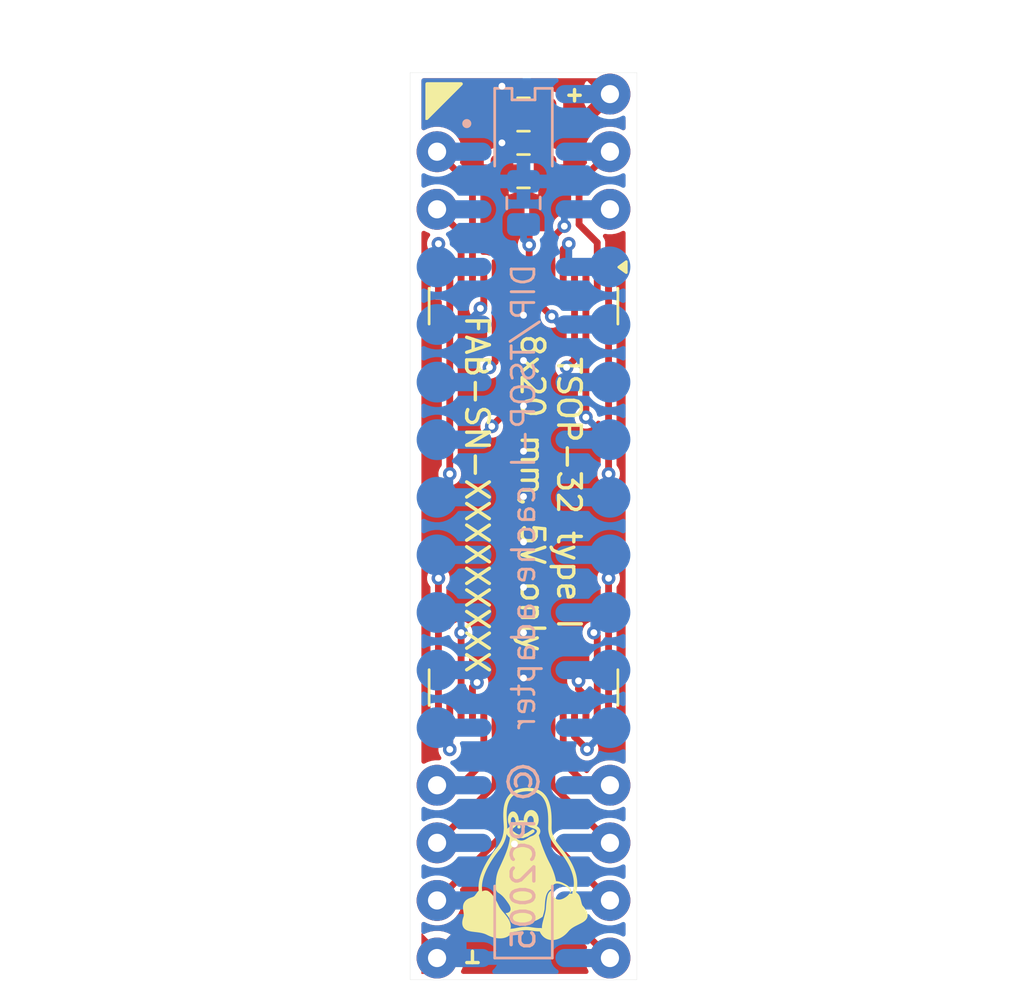
<source format=kicad_pcb>
(kicad_pcb (version 20241229) (generator "pcbnew") (generator_version "9.0")
  (layers (0 "F.Cu" jumper) (2 "B.Cu" signal) (13 "F.Paste" user) (15 "B.Paste" user) (5 "F.SilkS" user "F.Silkscreen") (7 "B.SilkS" user "B.Silkscreen") (1 "F.Mask" user) (3 "B.Mask" user) (25 "Edge.Cuts" user))
  (net 0 "")
  (net 1 "VCC")
  (net 2 "GND")
  (net 3 "Net-(J1-CS2)")
  (net 4 "Net-(J1-A11)")
  (net 5 "Net-(J1-A8)")
  (net 6 "Net-(J1-A4)")
  (net 7 "Net-(J1-A9)")
  (net 8 "Net-(J1-~{OE})")
  (net 9 "Net-(J1-~{CS1})")
  (net 10 "Net-(J1-A16)")
  (net 11 "Net-(J1-A3)")
  (net 12 "Net-(J1-Q2)")
  (net 13 "Net-(J1-Q5)")
  (net 14 "Net-(J1-Q6)")
  (net 15 "Net-(J1-A14)")
  (net 16 "Net-(J1-A15)")
  (net 17 "Net-(J1-Q1)")
  (net 18 "Net-(J1-A1)")
  (net 19 "Net-(J1-A10)")
  (net 20 "Net-(J1-Q3)")
  (net 21 "Net-(J1-Q0)")
  (net 22 "Net-(J1-~{WE})")
  (net 23 "Net-(J1-Q4)")
  (net 24 "Net-(J1-A0)")
  (net 25 "Net-(J1-Q7)")
  (net 26 "Net-(J1-A13)")
  (net 27 "Net-(J1-A12)")
  (net 28 "Net-(J1-A5)")
  (net 29 "Net-(J1-A2)")
  (net 30 "Net-(J1-A7)")
  (net 31 "Net-(J1-A6)")
  (footprint "Capacitor_SMD:C_0805_2012Metric" (layer "F.Cu") (at 100 56.85 180)
    (property "Reference" "C2" (hide yes))
    (property "Value" "C_Polarized" (hide yes))
    (pad "1" smd roundrect (at -0.95 0 180) (size 1 1.45) (layers "F.Cu" "F.Mask" "F.Paste") (net 1 "VCC"))
    (pad "2" smd roundrect (at 0.95 0 180) (size 1 1.45) (layers "F.Cu" "F.Mask" "F.Paste") (net 2 "GND"))
  )
  (footprint "sram_DIP32:tux_logo" (layer "F.Cu") (at 100 90.044175)
    (property "Reference" "REF**" (hide yes))
    (property "Value" "tux_logo" (hide yes))
  )
  (footprint "sram_DIP32:TSOP-I-32_18.4x8mm_P0.5mm_silkscreen_mod" (layer "F.Cu") (at 100 73.7125 -90)
    (property "Reference" "U1" (hide yes))
    (property "Value" "628128_TSOP32" (hide yes))
    (pad "1" smd roundrect (at -9.6875 -3.75 270) (size 1.575 0.3) (layers "F.Cu" "F.Mask" "F.Paste") (net 4 "Net-(J1-A11)"))
    (pad "2" smd roundrect (at -9.6875 -3.25 270) (size 1.575 0.3) (layers "F.Cu" "F.Mask" "F.Paste") (net 16 "Net-(J1-A15)"))
    (pad "3" smd roundrect (at -9.6875 -2.75 270) (size 1.575 0.3) (layers "F.Cu" "F.Mask" "F.Paste") (net 7 "Net-(J1-A9)"))
    (pad "4" smd roundrect (at -9.6875 -2.25 270) (size 1.575 0.3) (layers "F.Cu" "F.Mask" "F.Paste") (net 5 "Net-(J1-A8)"))
    (pad "5" smd roundrect (at -9.6875 -1.75 270) (size 1.575 0.3) (layers "F.Cu" "F.Mask" "F.Paste") (net 22 "Net-(J1-~{WE})"))
    (pad "6" smd roundrect (at -9.6875 -1.25 270) (size 1.575 0.3) (layers "F.Cu" "F.Mask" "F.Paste") (net 3 "Net-(J1-CS2)"))
    (pad "7" smd roundrect (at -9.6875 -0.75 270) (size 1.575 0.3) (layers "F.Cu" "F.Mask" "F.Paste") (net 26 "Net-(J1-A13)"))
    (pad "8" smd roundrect (at -9.6875 -0.25 270) (size 1.575 0.3) (layers "F.Cu" "F.Mask" "F.Paste") (net 1 "VCC"))
    (pad "9" smd roundrect (at -9.6875 0.25 270) (size 1.575 0.3) (layers "F.Cu" "F.Mask" "F.Paste") (net 2 "GND"))
    (pad "10" smd roundrect (at -9.6875 0.75 270) (size 1.575 0.3) (layers "F.Cu" "F.Mask" "F.Paste") (net 28 "Net-(J1-A5)"))
    (pad "11" smd roundrect (at -9.6875 1.25 270) (size 1.575 0.3) (layers "F.Cu" "F.Mask" "F.Paste") (net 31 "Net-(J1-A6)"))
    (pad "12" smd roundrect (at -9.6875 1.75 270) (size 1.575 0.3) (layers "F.Cu" "F.Mask" "F.Paste") (net 30 "Net-(J1-A7)"))
    (pad "13" smd roundrect (at -9.6875 2.25 270) (size 1.575 0.3) (layers "F.Cu" "F.Mask" "F.Paste") (net 10 "Net-(J1-A16)"))
    (pad "14" smd roundrect (at -9.6875 2.75 270) (size 1.575 0.3) (layers "F.Cu" "F.Mask" "F.Paste") (net 15 "Net-(J1-A14)"))
    (pad "15" smd roundrect (at -9.6875 3.25 270) (size 1.575 0.3) (layers "F.Cu" "F.Mask" "F.Paste") (net 6 "Net-(J1-A4)"))
    (pad "16" smd roundrect (at -9.6875 3.75 270) (size 1.575 0.3) (layers "F.Cu" "F.Mask" "F.Paste") (net 27 "Net-(J1-A12)"))
    (pad "17" smd roundrect (at 9.6875 3.75 270) (size 1.575 0.3) (layers "F.Cu" "F.Mask" "F.Paste") (net 11 "Net-(J1-A3)"))
    (pad "18" smd roundrect (at 9.6875 3.25 270) (size 1.575 0.3) (layers "F.Cu" "F.Mask" "F.Paste") (net 24 "Net-(J1-A0)"))
    (pad "19" smd roundrect (at 9.6875 2.75 270) (size 1.575 0.3) (layers "F.Cu" "F.Mask" "F.Paste") (net 29 "Net-(J1-A2)"))
    (pad "20" smd roundrect (at 9.6875 2.25 270) (size 1.575 0.3) (layers "F.Cu" "F.Mask" "F.Paste") (net 18 "Net-(J1-A1)"))
    (pad "21" smd roundrect (at 9.6875 1.75 270) (size 1.575 0.3) (layers "F.Cu" "F.Mask" "F.Paste") (net 21 "Net-(J1-Q0)"))
    (pad "22" smd roundrect (at 9.6875 1.25 270) (size 1.575 0.3) (layers "F.Cu" "F.Mask" "F.Paste") (net 17 "Net-(J1-Q1)"))
    (pad "23" smd roundrect (at 9.6875 0.75 270) (size 1.575 0.3) (layers "F.Cu" "F.Mask" "F.Paste") (net 12 "Net-(J1-Q2)"))
    (pad "24" smd roundrect (at 9.6875 0.25 270) (size 1.575 0.3) (layers "F.Cu" "F.Mask" "F.Paste") (net 2 "GND"))
    (pad "25" smd roundrect (at 9.6875 -0.25 270) (size 1.575 0.3) (layers "F.Cu" "F.Mask" "F.Paste") (net 20 "Net-(J1-Q3)"))
    (pad "26" smd roundrect (at 9.6875 -0.75 270) (size 1.575 0.3) (layers "F.Cu" "F.Mask" "F.Paste") (net 23 "Net-(J1-Q4)"))
    (pad "27" smd roundrect (at 9.6875 -1.25 270) (size 1.575 0.3) (layers "F.Cu" "F.Mask" "F.Paste") (net 13 "Net-(J1-Q5)"))
    (pad "28" smd roundrect (at 9.6875 -1.75 270) (size 1.575 0.3) (layers "F.Cu" "F.Mask" "F.Paste") (net 14 "Net-(J1-Q6)"))
    (pad "29" smd roundrect (at 9.6875 -2.25 270) (size 1.575 0.3) (layers "F.Cu" "F.Mask" "F.Paste") (net 25 "Net-(J1-Q7)"))
    (pad "30" smd roundrect (at 9.6875 -2.75 270) (size 1.575 0.3) (layers "F.Cu" "F.Mask" "F.Paste") (net 9 "Net-(J1-~{CS1})"))
    (pad "31" smd roundrect (at 9.6875 -3.25 270) (size 1.575 0.3) (layers "F.Cu" "F.Mask" "F.Paste") (net 19 "Net-(J1-A10)"))
    (pad "32" smd roundrect (at 9.6875 -3.75 270) (size 1.575 0.3) (layers "F.Cu" "F.Mask" "F.Paste") (net 8 "Net-(J1-~{OE})"))
  )
  (footprint "Capacitor_SMD:C_0805_2012Metric" (layer "F.Cu") (at 100 59.35 180)
    (property "Reference" "C3" (hide yes))
    (property "Value" "C_Polarized" (hide yes))
    (pad "1" smd roundrect (at -0.95 0 180) (size 1 1.45) (layers "F.Cu" "F.Mask" "F.Paste") (net 1 "VCC"))
    (pad "2" smd roundrect (at 0.95 0 180) (size 1 1.45) (layers "F.Cu" "F.Mask" "F.Paste") (net 2 "GND"))
  )
  (footprint "Capacitor_SMD:C_0805_2012Metric" (layer "B.Cu") (at 100 60.75 90)
    (property "Reference" "C1" (hide yes))
    (property "Value" "C_Polarized" (hide yes))
    (pad "1" smd roundrect (at -0.95 0 90) (size 1 1.45) (layers "B.Cu" "B.Mask" "B.Paste") (net 1 "VCC"))
    (pad "2" smd roundrect (at 0.95 0 90) (size 1 1.45) (layers "B.Cu" "B.Mask" "B.Paste") (net 2 "GND"))
  )
  (footprint "sram_DIP32:DIP-32_HYBRID_socket" (layer "B.Cu") (at 100 75 -90)
    (property "Reference" "J1" (hide yes))
    (property "Value" "SRAM_pinheader_DIP32")
    (pad "2" smd oval (at -16.51 3.81 270) (size 0.8 2.8) (drill (offset 0 -1)) (layers "B.Cu" "B.Mask" "B.Paste") (net 10 "Net-(J1-A16)"))
    (pad "2" thru_hole circle (at -16.51 3.81 270) (size 1.8 1.8) (drill 0.8) (layers "*.Cu" "*.Paste" "*.Mask") (net 10 "Net-(J1-A16)"))
    (pad "2" smd circle (at -16.51 3.81 270) (size 1.8 1.8) (layers "F.Cu" "F.Mask" "F.Paste") (net 10 "Net-(J1-A16)"))
    (pad "3" smd oval (at -13.97 3.81 270) (size 0.8 2.8) (drill (offset 0 -1)) (layers "B.Cu" "B.Mask" "B.Paste") (net 15 "Net-(J1-A14)"))
    (pad "3" thru_hole circle (at -13.97 3.81 270) (size 1.8 1.8) (drill 0.8) (layers "*.Cu" "*.Paste" "*.Mask") (net 15 "Net-(J1-A14)"))
    (pad "3" smd circle (at -13.97 3.81 270) (size 1.8 1.8) (layers "F.Cu" "F.Mask" "F.Paste") (net 15 "Net-(J1-A14)"))
    (pad "4" smd oval (at -11.43 3.81 270) (size 0.8 2.8) (drill (offset 0 -1)) (layers "B.Cu" "B.Mask" "B.Paste") (net 27 "Net-(J1-A12)"))
    (pad "4" smd circle (at -11.43 3.81 270) (size 1.8 1.8) (layers "B.Cu" "B.Mask" "B.Paste") (net 27 "Net-(J1-A12)"))
    (pad "5" smd oval (at -8.89 3.81 270) (size 0.8 2.8) (drill (offset 0 -1)) (layers "B.Cu" "B.Mask" "B.Paste") (net 30 "Net-(J1-A7)"))
    (pad "5" smd circle (at -8.89 3.81 270) (size 1.8 1.8) (layers "B.Cu" "B.Mask" "B.Paste") (net 30 "Net-(J1-A7)"))
    (pad "6" smd oval (at -6.35 3.81 270) (size 0.8 2.8) (drill (offset 0 -1)) (layers "B.Cu" "B.Mask" "B.Paste") (net 31 "Net-(J1-A6)"))
    (pad "6" smd circle (at -6.35 3.81 270) (size 1.8 1.8) (layers "B.Cu" "B.Mask" "B.Paste") (net 31 "Net-(J1-A6)"))
    (pad "7" smd oval (at -3.81 3.81 270) (size 0.8 2.8) (drill (offset 0 -1)) (layers "B.Cu" "B.Mask" "B.Paste") (net 28 "Net-(J1-A5)"))
    (pad "7" smd circle (at -3.81 3.81 270) (size 1.8 1.8) (layers "B.Cu" "B.Mask" "B.Paste") (net 28 "Net-(J1-A5)"))
    (pad "8" smd oval (at -1.27 3.81 270) (size 0.8 2.8) (drill (offset 0 -1)) (layers "B.Cu" "B.Mask" "B.Paste") (net 6 "Net-(J1-A4)"))
    (pad "8" smd circle (at -1.27 3.81 270) (size 1.8 1.8) (layers "B.Cu" "B.Mask" "B.Paste") (net 6 "Net-(J1-A4)"))
    (pad "9" smd oval (at 1.27 3.81 270) (size 0.8 2.8) (drill (offset 0 -1)) (layers "B.Cu" "B.Mask" "B.Paste") (net 11 "Net-(J1-A3)"))
    (pad "9" smd circle (at 1.27 3.81 270) (size 1.8 1.8) (layers "B.Cu" "B.Mask" "B.Paste") (net 11 "Net-(J1-A3)"))
    (pad "10" smd oval (at 3.81 3.81 270) (size 0.8 2.8) (drill (offset 0 -1)) (layers "B.Cu" "B.Mask" "B.Paste") (net 29 "Net-(J1-A2)"))
    (pad "10" smd circle (at 3.81 3.81 270) (size 1.8 1.8) (layers "B.Cu" "B.Mask" "B.Paste") (net 29 "Net-(J1-A2)"))
    (pad "11" smd oval (at 6.35 3.81 270) (size 0.8 2.8) (drill (offset 0 -1)) (layers "B.Cu" "B.Mask" "B.Paste") (net 18 "Net-(J1-A1)"))
    (pad "11" smd circle (at 6.35 3.81 270) (size 1.8 1.8) (layers "B.Cu" "B.Mask" "B.Paste") (net 18 "Net-(J1-A1)"))
    (pad "12" smd oval (at 8.89 3.81 270) (size 0.8 2.8) (drill (offset 0 -1)) (layers "B.Cu" "B.Mask" "B.Paste") (net 24 "Net-(J1-A0)"))
    (pad "12" smd circle (at 8.89 3.81 270) (size 1.8 1.8) (layers "B.Cu" "B.Mask" "B.Paste") (net 24 "Net-(J1-A0)"))
    (pad "13" smd oval (at 11.43 3.81 270) (size 0.8 2.8) (drill (offset 0 -1)) (layers "B.Cu" "B.Mask" "B.Paste") (net 21 "Net-(J1-Q0)"))
    (pad "13" thru_hole circle (at 11.43 3.81 270) (size 1.8 1.8) (drill 0.8) (layers "*.Cu" "*.Paste" "*.Mask") (net 21 "Net-(J1-Q0)"))
    (pad "13" smd circle (at 11.43 3.81 270) (size 1.8 1.8) (layers "F.Cu" "F.Mask" "F.Paste") (net 21 "Net-(J1-Q0)"))
    (pad "14" smd oval (at 13.97 3.81 270) (size 0.8 2.8) (drill (offset 0 -1)) (layers "B.Cu" "B.Mask" "B.Paste") (net 17 "Net-(J1-Q1)"))
    (pad "14" thru_hole circle (at 13.97 3.81 270) (size 1.8 1.8) (drill 0.8) (layers "*.Cu" "*.Paste" "*.Mask") (net 17 "Net-(J1-Q1)"))
    (pad "14" smd circle (at 13.97 3.81 270) (size 1.8 1.8) (layers "F.Cu" "F.Mask" "F.Paste") (net 17 "Net-(J1-Q1)"))
    (pad "15" smd oval (at 16.51 3.81 270) (size 0.8 2.8) (drill (offset 0 -1)) (layers "B.Cu" "B.Mask" "B.Paste") (net 12 "Net-(J1-Q2)"))
    (pad "15" thru_hole circle (at 16.51 3.81 270) (size 1.8 1.8) (drill 0.8) (layers "*.Cu" "*.Paste" "*.Mask") (net 12 "Net-(J1-Q2)"))
    (pad "15" smd circle (at 16.51 3.81 270) (size 1.8 1.8) (layers "F.Cu" "F.Mask" "F.Paste") (net 12 "Net-(J1-Q2)"))
    (pad "16" smd oval (at 19.05 3.81 270) (size 0.8 2.8) (drill (offset 0 -1)) (layers "B.Cu" "B.Mask" "B.Paste") (net 2 "GND"))
    (pad "16" thru_hole circle (at 19.05 3.81 270) (size 1.8 1.8) (drill 0.8) (layers "*.Cu" "*.Paste" "*.Mask") (net 2 "GND"))
    (pad "16" smd circle (at 19.05 3.81 270) (size 1.8 1.8) (layers "F.Cu" "F.Mask" "F.Paste") (net 2 "GND"))
    (pad "17" smd oval (at 19.05 -3.81 90) (size 0.8 2.8) (drill (offset 0 -1)) (layers "B.Cu" "B.Mask" "B.Paste") (net 20 "Net-(J1-Q3)"))
    (pad "17" thru_hole circle (at 19.05 -3.81 270) (size 1.8 1.8) (drill 0.8) (layers "*.Cu" "*.Paste" "*.Mask") (net 20 "Net-(J1-Q3)"))
    (pad "17" smd circle (at 19.05 -3.81 270) (size 1.8 1.8) (layers "F.Cu" "F.Mask" "F.Paste") (net 20 "Net-(J1-Q3)"))
    (pad "18" smd oval (at 16.51 -3.81 90) (size 0.8 2.8) (drill (offset 0 -1)) (layers "B.Cu" "B.Mask" "B.Paste") (net 23 "Net-(J1-Q4)"))
    (pad "18" thru_hole circle (at 16.51 -3.81 270) (size 1.8 1.8) (drill 0.8) (layers "*.Cu" "*.Paste" "*.Mask") (net 23 "Net-(J1-Q4)"))
    (pad "18" smd circle (at 16.51 -3.81 270) (size 1.8 1.8) (layers "F.Cu" "F.Mask" "F.Paste") (net 23 "Net-(J1-Q4)"))
    (pad "19" smd oval (at 13.97 -3.81 90) (size 0.8 2.8) (drill (offset 0 -1)) (layers "B.Cu" "B.Mask" "B.Paste") (net 13 "Net-(J1-Q5)"))
    (pad "19" thru_hole circle (at 13.97 -3.81 270) (size 1.8 1.8) (drill 0.8) (layers "*.Cu" "*.Paste" "*.Mask") (net 13 "Net-(J1-Q5)"))
    (pad "19" smd circle (at 13.97 -3.81 270) (size 1.8 1.8) (layers "F.Cu" "F.Mask" "F.Paste") (net 13 "Net-(J1-Q5)"))
    (pad "20" smd oval (at 11.43 -3.81 90) (size 0.8 2.8) (drill (offset 0 -1)) (layers "B.Cu" "B.Mask" "B.Paste") (net 14 "Net-(J1-Q6)"))
    (pad "20" thru_hole circle (at 11.43 -3.81 270) (size 1.8 1.8) (drill 0.8) (layers "*.Cu" "*.Paste" "*.Mask") (net 14 "Net-(J1-Q6)"))
    (pad "20" smd circle (at 11.43 -3.81 270) (size 1.8 1.8) (layers "F.Cu" "F.Mask" "F.Paste") (net 14 "Net-(J1-Q6)"))
    (pad "21" smd oval (at 8.89 -3.81 90) (size 0.8 2.8) (drill (offset 0 -1)) (layers "B.Cu" "B.Mask" "B.Paste") (net 25 "Net-(J1-Q7)"))
    (pad "21" smd circle (at 8.89 -3.81 270) (size 1.8 1.8) (layers "B.Cu" "B.Mask" "B.Paste") (net 25 "Net-(J1-Q7)"))
    (pad "22" smd oval (at 6.35 -3.81 90) (size 0.8 2.8) (drill (offset 0 -1)) (layers "B.Cu" "B.Mask" "B.Paste") (net 9 "Net-(J1-~{CS1})"))
    (pad "22" smd circle (at 6.35 -3.81 270) (size 1.8 1.8) (layers "B.Cu" "B.Mask" "B.Paste") (net 9 "Net-(J1-~{CS1})"))
    (pad "23" smd oval (at 3.81 -3.81 90) (size 0.8 2.8) (drill (offset 0 -1)) (layers "B.Cu" "B.Mask" "B.Paste") (net 19 "Net-(J1-A10)"))
    (pad "23" smd circle (at 3.81 -3.81 270) (size 1.8 1.8) (layers "B.Cu" "B.Mask" "B.Paste") (net 19 "Net-(J1-A10)"))
    (pad "24" smd oval (at 1.27 -3.81 90) (size 0.8 2.8) (drill (offset 0 -1)) (layers "B.Cu" "B.Mask" "B.Paste") (net 8 "Net-(J1-~{OE})"))
    (pad "24" smd circle (at 1.27 -3.81 270) (size 1.8 1.8) (layers "B.Cu" "B.Mask" "B.Paste") (net 8 "Net-(J1-~{OE})"))
    (pad "25" smd oval (at -1.27 -3.81 90) (size 0.8 2.8) (drill (offset 0 -1)) (layers "B.Cu" "B.Mask" "B.Paste") (net 4 "Net-(J1-A11)"))
    (pad "25" smd circle (at -1.27 -3.81 270) (size 1.8 1.8) (layers "B.Cu" "B.Mask" "B.Paste") (net 4 "Net-(J1-A11)"))
    (pad "26" smd oval (at -3.81 -3.81 90) (size 0.8 2.8) (drill (offset 0 -1)) (layers "B.Cu" "B.Mask" "B.Paste") (net 7 "Net-(J1-A9)"))
    (pad "26" smd circle (at -3.81 -3.81 270) (size 1.8 1.8) (layers "B.Cu" "B.Mask" "B.Paste") (net 7 "Net-(J1-A9)"))
    (pad "27" smd oval (at -6.35 -3.81 90) (size 0.8 2.8) (drill (offset 0 -1)) (layers "B.Cu" "B.Mask" "B.Paste") (net 5 "Net-(J1-A8)"))
    (pad "27" smd circle (at -6.35 -3.81 270) (size 1.8 1.8) (layers "B.Cu" "B.Mask" "B.Paste") (net 5 "Net-(J1-A8)"))
    (pad "28" smd oval (at -8.89 -3.81 90) (size 0.8 2.8) (drill (offset 0 -1)) (layers "B.Cu" "B.Mask" "B.Paste") (net 26 "Net-(J1-A13)"))
    (pad "28" smd circle (at -8.89 -3.81 270) (size 1.8 1.8) (layers "B.Cu" "B.Mask" "B.Paste") (net 26 "Net-(J1-A13)"))
    (pad "29" smd oval (at -11.43 -3.81 90) (size 0.8 2.8) (drill (offset 0 -1)) (layers "B.Cu" "B.Mask" "B.Paste") (net 22 "Net-(J1-~{WE})"))
    (pad "29" smd circle (at -11.43 -3.81 270) (size 1.8 1.8) (layers "B.Cu" "B.Mask" "B.Paste") (net 22 "Net-(J1-~{WE})"))
    (pad "30" smd oval (at -13.97 -3.81 90) (size 0.8 2.8) (drill (offset 0 -1)) (layers "B.Cu" "B.Mask" "B.Paste") (net 3 "Net-(J1-CS2)"))
    (pad "30" thru_hole circle (at -13.97 -3.81 270) (size 1.8 1.8) (drill 0.8) (layers "*.Cu" "*.Paste" "*.Mask") (net 3 "Net-(J1-CS2)"))
    (pad "30" smd circle (at -13.97 -3.81 270) (size 1.8 1.8) (layers "F.Cu" "F.Mask" "F.Paste") (net 3 "Net-(J1-CS2)"))
    (pad "31" smd oval (at -16.51 -3.81 90) (size 0.8 2.8) (drill (offset 0 -1)) (layers "B.Cu" "B.Mask" "B.Paste") (net 16 "Net-(J1-A15)"))
    (pad "31" thru_hole circle (at -16.51 -3.81 270) (size 1.8 1.8) (drill 0.8) (layers "*.Cu" "*.Paste" "*.Mask") (net 16 "Net-(J1-A15)"))
    (pad "31" smd circle (at -16.51 -3.81 270) (size 1.8 1.8) (layers "F.Cu" "F.Mask" "F.Paste") (net 16 "Net-(J1-A15)"))
    (pad "32" smd oval (at -19.05 -3.81 90) (size 0.8 2.8) (drill (offset 0 -1)) (layers "B.Cu" "B.Mask" "B.Paste") (net 1 "VCC"))
    (pad "32" thru_hole circle (at -19.05 -3.81 270) (size 1.8 1.8) (drill 0.8) (layers "*.Cu" "*.Paste" "*.Mask") (net 1 "VCC"))
    (pad "32" smd circle (at -19.05 -3.81 270) (size 1.8 1.8) (layers "F.Cu" "F.Mask" "F.Paste") (net 1 "VCC"))
  )
  (gr_poly (pts (xy 95.75 57) (xy 95.75 55.5) (xy 97.25 55.5)) (stroke (width 0.15)) (fill yes) (layer "F.SilkS"))
  (gr_line (start 97.75 94.25) (end 97.75 93.75) (stroke (width 0.15)) (layer "F.SilkS"))
  (gr_line (start 102 56) (end 102.5 56) (stroke (width 0.15)) (layer "F.SilkS"))
  (gr_line (start 97.5 94.25) (end 98 94.25) (stroke (width 0.15)) (layer "F.SilkS"))
  (gr_line (start 102.25 55.75) (end 102.25 56.25) (stroke (width 0.15)) (layer "F.SilkS"))
  (gr_rect (start 95 55) (end 105 95) (stroke (width 0.01)) (fill no) (layer "Edge.Cuts"))
  (gr_text "TSOP-32 type I\n8x20 mm, 5V only" (at 101.2 73.55 270) (layer "F.SilkS") (effects (font (size 1 1))))
  (gr_text "FAB-SN-XXXXXXXXX" (at 97.95 73.6 270) (layer "F.SilkS") (effects (font (size 1 1))))
  (gr_text "© PC2005" (at 100 89.555825 90) (layer "B.SilkS") (effects (font (size 1 1)) (justify mirror)))
  (gr_text "DIP/TSOP-I cache adapter\n" (at 100 73.7125 90) (layer "B.SilkS") (effects (font (size 1 1) (thickness 0.125)) (justify mirror)))
  (segment (start 100.95 59.35) (end 100.95 60.85) (width 0.3) (layer "F.Cu") (net 1))
  (segment (start 100.95 56.85) (end 102.91 56.85) (width 0.3) (layer "F.Cu") (net 1))
  (segment (start 100.25 62.6) (end 100.25 64.025) (width 0.3) (layer "F.Cu") (net 1))
  (segment (start 100.25 61.55) (end 100.25 62.6) (width 0.3) (layer "F.Cu") (net 1))
  (segment (start 100.95 60.85) (end 100.25 61.55) (width 0.3) (layer "F.Cu") (net 1))
  (segment (start 102.91 56.85) (end 103.81 55.95) (width 0.3) (layer "F.Cu") (net 1))
  (via (at 100.25 62.6) (size 0.6) (drill 0.3) (layers "F.Cu" "B.Cu") (net 1))
  (segment (start 100 61.7) (end 100 62.35) (width 0.3) (layer "B.Cu") (net 1))
  (segment (start 100 62.35) (end 100.25 62.6) (width 0.3) (layer "B.Cu") (net 1))
  (segment (start 99.145 91.095) (end 96.19 94.05) (width 0.3) (layer "F.Cu") (net 2))
  (segment (start 99.3 59.35) (end 100 59.35) (width 0.3) (layer "F.Cu") (net 2))
  (segment (start 99.75 81.95) (end 99.75 90.49) (width 0.3) (layer "F.Cu") (net 2))
  (segment (start 100 71.5) (end 100 69.5) (width 0.3) (layer "F.Cu") (net 2))
  (segment (start 99.145 91.095) (end 99.6 90.64) (width 0.3) (layer "F.Cu") (net 2))
  (segment (start 100 79.5) (end 100 81.7) (width 0.6) (layer "F.Cu") (net 2))
  (segment (start 99.75 90.49) (end 99.145 91.095) (width 0.3) (layer "F.Cu") (net 2))
  (segment (start 100 71.5) (end 100 79.5) (width 0.3) (layer "F.Cu") (net 2))
  (segment (start 100 65.7) (end 99.75 65.45) (width 0.3) (layer "F.Cu") (net 2))
  (segment (start 99.05 56.85) (end 99.05 55.6) (width 0.3) (layer "F.Cu") (net 2))
  (segment (start 100 56.85) (end 99.05 56.85) (width 0.3) (layer "F.Cu") (net 2))
  (segment (start 100 65.7) (end 100 79.5) (width 0.6) (layer "F.Cu") (net 2))
  (segment (start 100 81.7) (end 99.75 81.95) (width 0.3) (layer "F.Cu") (net 2))
  (segment (start 99.75 65.45) (end 99.75 64.025) (width 0.3) (layer "F.Cu") (net 2))
  (segment (start 100 59.35) (end 100 56.85) (width 0.3) (layer "F.Cu") (net 2))
  (segment (start 99.6 90.64) (end 99.6 89.019238) (width 0.3) (layer "F.Cu") (net 2))
  (via (at 100 77.7) (size 0.6) (drill 0.3) (layers "F.Cu" "B.Cu") (net 2))
  (via (at 100 81.7) (size 0.6) (drill 0.3) (layers "F.Cu" "B.Cu") (net 2))
  (via (at 100 67.7) (size 0.6) (drill 0.3) (layers "F.Cu" "B.Cu") (net 2))
  (via (at 99.6 89.019238) (size 0.6) (drill 0.3) (layers "F.Cu" "B.Cu") (net 2))
  (via (at 100 75.7) (size 0.6) (drill 0.3) (layers "F.Cu" "B.Cu") (net 2))
  (via (at 99.05 55.6) (size 0.6) (drill 0.3) (layers "F.Cu" "B.Cu") (net 2))
  (via (at 100 79.7) (size 0.6) (drill 0.3) (layers "F.Cu" "B.Cu") (net 2))
  (via (at 100 73.7) (size 0.6) (drill 0.3) (layers "F.Cu" "B.Cu") (net 2))
  (via (at 100 65.7) (size 0.6) (drill 0.3) (layers "F.Cu" "B.Cu") (net 2))
  (via (at 100 69.7) (size 0.6) (drill 0.3) (layers "F.Cu" "B.Cu") (net 2))
  (via (at 99.05 58.1) (size 0.6) (drill 0.3) (layers "F.Cu" "B.Cu") (net 2))
  (via (at 100 71.7) (size 0.6) (drill 0.3) (layers "F.Cu" "B.Cu") (net 2))
  (segment (start 100 58.1) (end 99.05 58.1) (width 0.3) (layer "B.Cu") (net 2))
  (segment (start 100 59.8) (end 100 58.1) (width 0.3) (layer "B.Cu") (net 2))
  (segment (start 101.799743 61.774478) (end 101.25 62.324221) (width 0.3) (layer "F.Cu") (net 3))
  (segment (start 101.25 62.324221) (end 101.25 64.025) (width 0.3) (layer "F.Cu") (net 3))
  (via (at 101.799743 61.774478) (size 0.6) (drill 0.3) (layers "F.Cu" "B.Cu") (net 3))
  (segment (start 101.799743 61.774478) (end 101.799743 61.03) (width 0.3) (layer "B.Cu") (net 3))
  (segment (start 101.799743 61.03) (end 102.37 61.03) (width 0.3) (layer "B.Cu") (net 3))
  (segment (start 103.75 64.025) (end 103.75 72.7) (width 0.3) (layer "F.Cu") (net 4))
  (via (at 103.75 72.7) (size 0.6) (drill 0.3) (layers "F.Cu" "B.Cu") (net 4))
  (segment (start 103.75 72.7) (end 103.75 73.67) (width 0.3) (layer "B.Cu") (net 4))
  (segment (start 103.75 73.67) (end 103.81 73.73) (width 0.3) (layer "B.Cu") (net 4))
  (segment (start 101.9 68) (end 102.25 67.65) (width 0.3) (layer "F.Cu") (net 5))
  (segment (start 102.25 67.65) (end 102.25 64.025) (width 0.3) (layer "F.Cu") (net 5))
  (via (at 101.9 68) (size 0.6) (drill 0.3) (layers "F.Cu" "B.Cu") (net 5))
  (segment (start 101.9 68.25) (end 102.3 68.65) (width 0.3) (layer "B.Cu") (net 5))
  (segment (start 101.9 68) (end 101.9 68.25) (width 0.3) (layer "B.Cu") (net 5))
  (segment (start 103.744045 68.65) (end 103.81 68.65) (width 0.3) (layer "B.Cu") (net 5))
  (segment (start 102.3 68.65) (end 103.85 68.65) (width 0.3) (layer "B.Cu") (net 5))
  (segment (start 96.75 64.025) (end 96.75 72.7) (width 0.3) (layer "F.Cu") (net 6))
  (via (at 96.75 72.7) (size 0.6) (drill 0.3) (layers "F.Cu" "B.Cu") (net 6))
  (segment (start 96.75 72.7) (end 96.75 73.17) (width 0.3) (layer "B.Cu") (net 6))
  (segment (start 96.75 73.17) (end 96.19 73.73) (width 0.3) (layer "B.Cu") (net 6))
  (segment (start 102.75 64.025) (end 102.75 70.2) (width 0.3) (layer "F.Cu") (net 7))
  (via (at 102.75 70.2) (size 0.6) (drill 0.3) (layers "F.Cu" "B.Cu") (net 7))
  (segment (start 102.75 70.2) (end 103.475 70.925) (width 0.3) (layer "B.Cu") (net 7))
  (segment (start 103.475 70.925) (end 103.15 71.25) (width 0.3) (layer "B.Cu") (net 7))
  (segment (start 103.75 83.4) (end 103.75 77.3) (width 0.3) (layer "F.Cu") (net 8))
  (via (at 103.75 77.3) (size 0.6) (drill 0.3) (layers "F.Cu" "B.Cu") (net 8))
  (segment (start 103.75 77.3) (end 103.75 76.33) (width 0.3) (layer "B.Cu") (net 8))
  (segment (start 103.75 76.33) (end 103.81 76.27) (width 0.3) (layer "B.Cu") (net 8))
  (segment (start 102.425 81.825) (end 102.425 82.18438) (width 0.3) (layer "F.Cu") (net 9))
  (segment (start 102.425 82.18438) (end 102.75 82.50938) (width 0.3) (layer "F.Cu") (net 9))
  (segment (start 102.75 82.50938) (end 102.75 83.4) (width 0.3) (layer "F.Cu") (net 9))
  (via (at 102.425 81.825) (size 0.6) (drill 0.3) (layers "F.Cu" "B.Cu") (net 9))
  (segment (start 102.9 81.35) (end 103.81 81.35) (width 0.3) (layer "B.Cu") (net 9))
  (segment (start 102.425 81.825) (end 102.9 81.35) (width 0.3) (layer "B.Cu") (net 9))
  (segment (start 97.75 64.025) (end 97.75 60.05) (width 0.3) (layer "F.Cu") (net 10))
  (segment (start 97.75 60.05) (end 96.19 58.49) (width 0.3) (layer "F.Cu") (net 10))
  (segment (start 96.25 83.4) (end 96.25 77.3) (width 0.3) (layer "F.Cu") (net 11))
  (via (at 96.25 77.3) (size 0.6) (drill 0.3) (layers "F.Cu" "B.Cu") (net 11))
  (segment (start 96.25 77.3) (end 96.25 76.33) (width 0.3) (layer "B.Cu") (net 11))
  (segment (start 96.25 76.33) (end 96.19 76.27) (width 0.3) (layer "B.Cu") (net 11))
  (segment (start 99.25 83.4) (end 99.25 88.45) (width 0.3) (layer "F.Cu") (net 12))
  (segment (start 99.25 88.45) (end 96.19 91.51) (width 0.3) (layer "F.Cu") (net 12))
  (segment (start 101.25 86.41) (end 103.81 88.97) (width 0.3) (layer "F.Cu") (net 13))
  (segment (start 101.25 83.4) (end 101.25 86.41) (width 0.3) (layer "F.Cu") (net 13))
  (segment (start 101.75 85.4) (end 102.78 86.43) (width 0.3) (layer "F.Cu") (net 14))
  (segment (start 102.78 86.43) (end 103.81 86.43) (width 0.3) (layer "F.Cu") (net 14))
  (segment (start 101.75 83.4) (end 101.75 85.4) (width 0.3) (layer "F.Cu") (net 14))
  (segment (start 97.25 64.025) (end 97.25 62.09) (width 0.3) (layer "F.Cu") (net 15))
  (segment (start 97.25 62.09) (end 96.19 61.03) (width 0.3) (layer "F.Cu") (net 15))
  (segment (start 103.25 64.025) (end 103.25 62.5) (width 0.3) (layer "F.Cu") (net 16))
  (segment (start 102.45 61.7) (end 102.45 59.85) (width 0.3) (layer "F.Cu") (net 16))
  (segment (start 103.25 62.5) (end 102.45 61.7) (width 0.3) (layer "F.Cu") (net 16))
  (segment (start 102.45 59.85) (end 103.81 58.49) (width 0.3) (layer "F.Cu") (net 16))
  (segment (start 98.75 83.4) (end 98.75 86.41) (width 0.3) (layer "F.Cu") (net 17))
  (segment (start 98.75 86.41) (end 96.19 88.97) (width 0.3) (layer "F.Cu") (net 17))
  (segment (start 97.75 83.4) (end 97.75 82.1) (width 0.3) (layer "F.Cu") (net 18))
  (segment (start 97.75 82.1) (end 97.95 81.9) (width 0.3) (layer "F.Cu") (net 18))
  (via (at 97.95 81.9) (size 0.6) (drill 0.3) (layers "F.Cu" "B.Cu") (net 18))
  (segment (start 97.4 81.35) (end 97 81.35) (width 0.3) (layer "B.Cu") (net 18))
  (segment (start 97.95 81.9) (end 97.4 81.35) (width 0.3) (layer "B.Cu") (net 18))
  (segment (start 103.1 79.7) (end 103.25 79.85) (width 0.3) (layer "F.Cu") (net 19))
  (segment (start 103.25 79.85) (end 103.25 83.4) (width 0.3) (layer "F.Cu") (net 19))
  (via (at 103.1 79.7) (size 0.6) (drill 0.3) (layers "F.Cu" "B.Cu") (net 19))
  (segment (start 103.1 79.2) (end 103.49 78.81) (width 0.3) (layer "B.Cu") (net 19))
  (segment (start 103.1 79.7) (end 103.1 79.2) (width 0.3) (layer "B.Cu") (net 19))
  (segment (start 100.25 90.49) (end 103.81 94.05) (width 0.3) (layer "F.Cu") (net 20))
  (segment (start 100.25 83.4) (end 100.25 90.49) (width 0.3) (layer "F.Cu") (net 20))
  (segment (start 98.25 85.4) (end 97.22 86.43) (width 0.3) (layer "F.Cu") (net 21))
  (segment (start 97.22 86.43) (end 96.19 86.43) (width 0.3) (layer "F.Cu") (net 21))
  (segment (start 98.25 83.4) (end 98.25 85.4) (width 0.3) (layer "F.Cu") (net 21))
  (segment (start 101.996135 62.55) (end 101.75 62.796135) (width 0.3) (layer "F.Cu") (net 22))
  (segment (start 101.75 62.796135) (end 101.75 64.025) (width 0.3) (layer "F.Cu") (net 22))
  (via (at 101.996135 62.55) (size 0.6) (drill 0.3) (layers "F.Cu" "B.Cu") (net 22))
  (segment (start 101.996135 62.55) (end 101.996135 63.57) (width 0.3) (layer "B.Cu") (net 22))
  (segment (start 101.996135 63.57) (end 103.016135 63.57) (width 0.3) (layer "B.Cu") (net 22))
  (segment (start 100.75 88.45) (end 103.81 91.51) (width 0.3) (layer "F.Cu") (net 23))
  (segment (start 100.75 83.4) (end 100.75 88.45) (width 0.3) (layer "F.Cu") (net 23))
  (segment (start 96.75 83.4) (end 96.75 84.85) (width 0.3) (layer "F.Cu") (net 24))
  (via (at 96.75 84.85) (size 0.6) (drill 0.3) (layers "F.Cu" "B.Cu") (net 24))
  (segment (start 96.75 84.45) (end 96.19 83.89) (width 0.3) (layer "B.Cu") (net 24))
  (segment (start 96.75 84.85) (end 96.75 84.45) (width 0.3) (layer "B.Cu") (net 24))
  (segment (start 102.8 84.84062) (end 102.25 84.29062) (width 0.3) (layer "F.Cu") (net 25))
  (segment (start 102.25 84.29062) (end 102.25 83.4) (width 0.3) (layer "F.Cu") (net 25))
  (via (at 102.8 84.84062) (size 0.6) (drill 0.3) (layers "F.Cu" "B.Cu") (net 25))
  (segment (start 102.8 84.84062) (end 103.75062 83.89) (width 0.3) (layer "B.Cu") (net 25))
  (segment (start 101.245 65.755) (end 100.75 65.26) (width 0.3) (layer "F.Cu") (net 26))
  (segment (start 100.75 65.26) (end 100.75 64.025) (width 0.3) (layer "F.Cu") (net 26))
  (via (at 101.245 65.755) (size 0.6) (drill 0.3) (layers "F.Cu" "B.Cu") (net 26))
  (segment (start 101.6 66.11) (end 103.81 66.11) (width 0.3) (layer "B.Cu") (net 26))
  (segment (start 101.245 65.755) (end 101.6 66.11) (width 0.3) (layer "B.Cu") (net 26))
  (segment (start 96.25 62.55) (end 96.25 64.025) (width 0.3) (layer "F.Cu") (net 27))
  (via (at 96.25 62.55) (size 0.6) (drill 0.3) (layers "F.Cu" "B.Cu") (net 27))
  (segment (start 96.25 62.55) (end 96.25 63.51) (width 0.3) (layer "B.Cu") (net 27))
  (segment (start 99.25 69.95) (end 99.25 64.025) (width 0.3) (layer "F.Cu") (net 28))
  (segment (start 98.6 70.6) (end 99.25 69.95) (width 0.3) (layer "F.Cu") (net 28))
  (via (at 98.6 70.6) (size 0.6) (drill 0.3) (layers "F.Cu" "B.Cu") (net 28))
  (segment (start 98.6 70.6) (end 98 71.2) (width 0.3) (layer "B.Cu") (net 28))
  (segment (start 98 71.2) (end 96.1 71.2) (width 0.3) (layer "B.Cu") (net 28))
  (segment (start 97.25 79.7) (end 97.25 83.4) (width 0.3) (layer "F.Cu") (net 29))
  (via (at 97.25 79.7) (size 0.6) (drill 0.3) (layers "F.Cu" "B.Cu") (net 29))
  (segment (start 97.25 79.7) (end 97.25 79.2) (width 0.3) (layer "B.Cu") (net 29))
  (segment (start 97.25 79.2) (end 96.85 78.8) (width 0.3) (layer "B.Cu") (net 29))
  (segment (start 98.1 65.4) (end 98.15 65.4) (width 0.3) (layer "F.Cu") (net 30))
  (segment (start 98.15 65.4) (end 98.25 65.3) (width 0.3) (layer "F.Cu") (net 30))
  (segment (start 98.25 65.3) (end 98.25 64.025) (width 0.3) (layer "F.Cu") (net 30))
  (via (at 98.1 65.4) (size 0.6) (drill 0.3) (layers "F.Cu" "B.Cu") (net 30))
  (segment (start 97.45 66.1) (end 96.25 66.1) (width 0.3) (layer "B.Cu") (net 30))
  (segment (start 98.1 65.45) (end 97.45 66.1) (width 0.3) (layer "B.Cu") (net 30))
  (segment (start 98.1 65.4) (end 98.1 65.45) (width 0.3) (layer "B.Cu") (net 30))
  (segment (start 98.5 68) (end 98.75 67.75) (width 0.3) (layer "F.Cu") (net 31))
  (segment (start 98.75 67.75) (end 98.75 64.025) (width 0.3) (layer "F.Cu") (net 31))
  (via (at 98.5 68) (size 0.6) (drill 0.3) (layers "F.Cu" "B.Cu") (net 31))
  (segment (start 97.9 68.6) (end 96.35 68.6) (width 0.3) (layer "B.Cu") (net 31))
  (segment (start 98.5 68) (end 97.9 68.6) (width 0.3) (layer "B.Cu") (net 31))
  (zone (net 1) (net_name "VCC") (layer "F.Cu") (name "power") (priority 1) (connect_pads (clearance 0.2)) (min_thickness 0.2) (fill yes (thermal_gap 0.3) (thermal_bridge_width 0.6))
    (polygon (pts (xy 104.5 55.25) (xy 100.25 55.25) (xy 100.25 62) (xy 104.5 62)))
  )
  (zone (net 2) (net_name "GND") (layers "F.Cu" "B.Cu") (name "shield") (connect_pads (clearance 0.2)) (min_thickness 0.2) (fill yes (thermal_gap 0.3) (thermal_bridge_width 0.6))
    (polygon (pts (xy 95.5 94.75) (xy 95.5 55.25) (xy 104.5 55.25) (xy 104.5 94.75)))
  )
)
</source>
